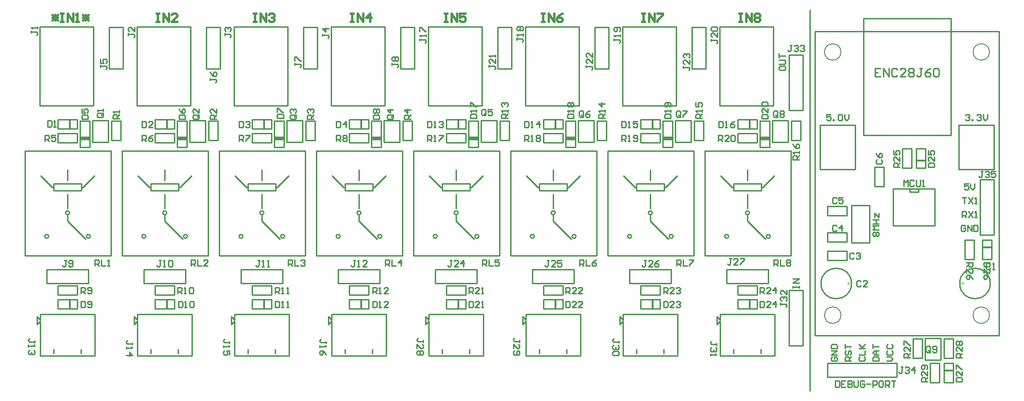
<source format=gto>
G04*
G04 #@! TF.GenerationSoftware,Altium Limited,Altium Designer,21.6.1 (37)*
G04*
G04 Layer_Color=65535*
%FSTAX24Y24*%
%MOIN*%
G70*
G04*
G04 #@! TF.SameCoordinates,81F21C5A-03A8-4AE1-96E5-B6EC8A9FC791*
G04*
G04*
G04 #@! TF.FilePolarity,Positive*
G04*
G01*
G75*
%ADD10C,0.0059*%
%ADD11C,0.0100*%
%ADD12C,0.0150*%
%ADD13R,0.0700X0.0150*%
%ADD14R,0.0723X0.0274*%
%ADD15R,0.0150X0.0700*%
G36*
X079545Y028026D02*
X079621D01*
Y027974D01*
X079545D01*
Y0279D01*
X079495D01*
Y027974D01*
X079419D01*
Y028026D01*
X079495D01*
Y0281D01*
X079545D01*
Y028026D01*
D02*
G37*
G36*
X071305D02*
X071381D01*
Y027974D01*
X071305D01*
Y0279D01*
X071255D01*
Y027974D01*
X071179D01*
Y028026D01*
X071255D01*
Y0281D01*
X071305D01*
Y028026D01*
D02*
G37*
D10*
X081445Y025709D02*
G03*
X081445Y025709I-000591J0D01*
G01*
X070736D02*
G03*
X070736Y025709I-000591J0D01*
G01*
Y044724D02*
G03*
X070736Y044724I-000591J0D01*
G01*
X081445D02*
G03*
X081445Y044724I-000591J0D01*
G01*
D11*
X0815Y028D02*
G03*
X0815Y028I-0011J0D01*
G01*
X0715D02*
G03*
X0715Y028I-0011J0D01*
G01*
X064141Y033105D02*
G03*
X064141Y033105I-000141J0D01*
G01*
X065641Y031405D02*
G03*
X065641Y031405I-000141J0D01*
G01*
X062641D02*
G03*
X062641Y031405I-000141J0D01*
G01*
X057141Y033105D02*
G03*
X057141Y033105I-000141J0D01*
G01*
X058641Y031405D02*
G03*
X058641Y031405I-000141J0D01*
G01*
X055641D02*
G03*
X055641Y031405I-000141J0D01*
G01*
X050141Y033105D02*
G03*
X050141Y033105I-000141J0D01*
G01*
X051641Y031405D02*
G03*
X051641Y031405I-000141J0D01*
G01*
X048641D02*
G03*
X048641Y031405I-000141J0D01*
G01*
X043141Y033105D02*
G03*
X043141Y033105I-000141J0D01*
G01*
X044641Y031405D02*
G03*
X044641Y031405I-000141J0D01*
G01*
X041641D02*
G03*
X041641Y031405I-000141J0D01*
G01*
X036141Y033105D02*
G03*
X036141Y033105I-000141J0D01*
G01*
X037641Y031405D02*
G03*
X037641Y031405I-000141J0D01*
G01*
X034641D02*
G03*
X034641Y031405I-000141J0D01*
G01*
X029141Y033105D02*
G03*
X029141Y033105I-000141J0D01*
G01*
X030641Y031405D02*
G03*
X030641Y031405I-000141J0D01*
G01*
X027641D02*
G03*
X027641Y031405I-000141J0D01*
G01*
X022141Y033105D02*
G03*
X022141Y033105I-000141J0D01*
G01*
X023641Y031405D02*
G03*
X023641Y031405I-000141J0D01*
G01*
X020641D02*
G03*
X020641Y031405I-000141J0D01*
G01*
X015141Y033105D02*
G03*
X015141Y033105I-000141J0D01*
G01*
X016641Y031405D02*
G03*
X016641Y031405I-000141J0D01*
G01*
X013641D02*
G03*
X013641Y031405I-000141J0D01*
G01*
X08075Y0315D02*
Y0355D01*
X08175D01*
Y0315D02*
Y0355D01*
X08075Y0315D02*
X08175D01*
X07235Y0462D02*
Y047154D01*
X07865Y0462D02*
Y047154D01*
X07235D02*
X07865D01*
X068866Y024232D02*
X082134D01*
X068866Y046201D02*
X068866Y024232D01*
X068866Y046201D02*
X082134D01*
Y024232D02*
Y046201D01*
X07235Y03872D02*
Y046201D01*
X07865Y03872D02*
Y046201D01*
X07235Y03872D02*
X07865D01*
X073165Y035D02*
X073835D01*
Y0364D01*
X073165Y035D02*
Y0364D01*
X073835D01*
X06975Y02225D02*
X07475D01*
Y02125D02*
Y02225D01*
X06975Y02125D02*
X07475D01*
X06975D02*
Y02225D01*
X077947Y022463D02*
Y024037D01*
X076805Y022463D02*
X077947D01*
X076805D02*
Y024037D01*
X077947D01*
X075915Y024D02*
X076585D01*
X075915Y0226D02*
Y024D01*
X076585Y0226D02*
Y024D01*
X075915Y0226D02*
X076585D01*
X078165Y024D02*
X078835D01*
X078165Y0226D02*
Y024D01*
X078835Y0226D02*
Y024D01*
X078165Y0226D02*
X078835D01*
X080915Y03115D02*
X081585D01*
X080915Y02975D02*
Y03115D01*
X081585Y02975D02*
Y03115D01*
X080915Y02975D02*
X081585D01*
X079665D02*
X080335D01*
Y03115D01*
X079665Y02975D02*
Y03115D01*
X080335D01*
X07115Y029665D02*
Y030335D01*
X06975D02*
X07115D01*
X06975Y029665D02*
X07115D01*
X06975D02*
Y030335D01*
X07115Y031015D02*
Y031685D01*
X06975D02*
X07115D01*
X06975Y031015D02*
X07115D01*
X06975D02*
Y031685D01*
X07115Y032915D02*
Y033585D01*
X06975D02*
X07115D01*
X06975Y032915D02*
X07115D01*
X06975D02*
Y033585D01*
X07151Y03095D02*
Y03365D01*
Y03095D02*
X0728D01*
X07151Y03365D02*
X0728D01*
Y03095D02*
Y03365D01*
X074504Y03483D02*
X077496D01*
Y03217D02*
Y03483D01*
X074504Y03217D02*
X077496D01*
X074504D02*
Y03483D01*
X076315Y034612D02*
Y034819D01*
X075685Y034612D02*
X076315D01*
X075685D02*
Y034825D01*
X076165Y03635D02*
X076835D01*
Y03775D01*
X076165Y03635D02*
Y03775D01*
X076835D01*
X075165Y03635D02*
X075835D01*
Y03775D01*
X075165Y03635D02*
Y03775D01*
X075835D01*
X07922Y036238D02*
Y039428D01*
Y036238D02*
X08178D01*
Y039428D01*
X07922D02*
X08178D01*
X06922D02*
X07178D01*
Y036238D02*
Y039428D01*
X06922Y036238D02*
X07178D01*
X06922D02*
Y039428D01*
X065791Y039787D02*
X066933D01*
X065791Y038213D02*
Y039787D01*
Y038213D02*
X066933D01*
Y039787D01*
X0656Y037841D02*
Y039741D01*
X0649Y037841D02*
X0656D01*
X0649D02*
Y039741D01*
X0656D01*
X0647Y038165D02*
Y038835D01*
X0633D02*
X0647D01*
X0633Y038165D02*
X0647D01*
X0633D02*
Y038835D01*
X0647Y039165D02*
Y039835D01*
X0633D02*
X0647D01*
X0633Y039165D02*
X0647D01*
X0633D02*
Y039835D01*
X058791Y039787D02*
X059933D01*
X058791Y038213D02*
Y039787D01*
Y038213D02*
X059933D01*
Y039787D01*
X0586Y037841D02*
Y039741D01*
X0579Y037841D02*
X0586D01*
X0579D02*
Y039741D01*
X0586D01*
X0577Y038165D02*
Y038835D01*
X0563D02*
X0577D01*
X0563Y038165D02*
X0577D01*
X0563D02*
Y038835D01*
X0577Y039165D02*
Y039835D01*
X0563D02*
X0577D01*
X0563Y039165D02*
X0577D01*
X0563D02*
Y039835D01*
X051791Y039787D02*
X052933D01*
X051791Y038213D02*
Y039787D01*
Y038213D02*
X052933D01*
Y039787D01*
X0516Y037841D02*
Y039741D01*
X0509Y037841D02*
X0516D01*
X0509D02*
Y039741D01*
X0516D01*
X0507Y038165D02*
Y038835D01*
X0493D02*
X0507D01*
X0493Y038165D02*
X0507D01*
X0493D02*
Y038835D01*
X0507Y039165D02*
Y039835D01*
X0493D02*
X0507D01*
X0493Y039165D02*
X0507D01*
X0493D02*
Y039835D01*
X0446Y037841D02*
Y039741D01*
X0439Y037841D02*
X0446D01*
X0439D02*
Y039741D01*
X0446D01*
X0437Y038165D02*
Y038835D01*
X0423D02*
X0437D01*
X0423Y038165D02*
X0437D01*
X0423D02*
Y038835D01*
X0437Y039165D02*
Y039835D01*
X0423D02*
X0437D01*
X0423Y039165D02*
X0437D01*
X0423D02*
Y039835D01*
X037791Y039787D02*
X038933D01*
X037791Y038213D02*
Y039787D01*
Y038213D02*
X038933D01*
Y039787D01*
X0376Y037841D02*
Y039741D01*
X0369Y037841D02*
X0376D01*
X0369D02*
Y039741D01*
X0376D01*
X0367Y038165D02*
Y038835D01*
X0353D02*
X0367D01*
X0353Y038165D02*
X0367D01*
X0353D02*
Y038835D01*
X0367Y039165D02*
Y039835D01*
X0353D02*
X0367D01*
X0353Y039165D02*
X0367D01*
X0353D02*
Y039835D01*
X0297Y038165D02*
Y038835D01*
X0283D02*
X0297D01*
X0283Y038165D02*
X0297D01*
X0283D02*
Y038835D01*
X030791Y039787D02*
X031933D01*
X030791Y038213D02*
Y039787D01*
Y038213D02*
X031933D01*
Y039787D01*
X0306Y037841D02*
Y039741D01*
X0299Y037841D02*
X0306D01*
X0299D02*
Y039741D01*
X0306D01*
X0297Y039165D02*
Y039835D01*
X0283D02*
X0297D01*
X0283Y039165D02*
X0297D01*
X0283D02*
Y039835D01*
X0227Y038165D02*
Y038835D01*
X0213D02*
X0227D01*
X0213Y038165D02*
X0227D01*
X0213D02*
Y038835D01*
X023791Y039787D02*
X024933D01*
X023791Y038213D02*
Y039787D01*
Y038213D02*
X024933D01*
Y039787D01*
X0236Y037841D02*
Y039741D01*
X0229Y037841D02*
X0236D01*
X0229D02*
Y039741D01*
X0236D01*
X0227Y039165D02*
Y039835D01*
X0213D02*
X0227D01*
X0213Y039165D02*
X0227D01*
X0213D02*
Y039835D01*
X062073Y035778D02*
X062896Y034955D01*
X063D01*
X065104D02*
X065927Y035778D01*
X065Y034955D02*
X065104D01*
X060939Y037561D02*
X067139D01*
X060939Y030012D02*
Y037561D01*
Y030012D02*
X067139D01*
Y037561D01*
X064Y035455D02*
Y036205D01*
Y033405D02*
Y034455D01*
Y032505D02*
Y032963D01*
Y032505D02*
X0653Y031205D01*
X063Y035205D02*
X065D01*
X063Y034705D02*
X065D01*
Y035205D01*
X063Y034705D02*
Y035205D01*
X055073Y035778D02*
X055896Y034955D01*
X056D01*
X058104D02*
X058927Y035778D01*
X058Y034955D02*
X058104D01*
X053939Y037561D02*
X060139D01*
X053939Y030012D02*
Y037561D01*
Y030012D02*
X060139D01*
Y037561D01*
X057Y035455D02*
Y036205D01*
Y033405D02*
Y034455D01*
Y032505D02*
Y032963D01*
Y032505D02*
X0583Y031205D01*
X056Y035205D02*
X058D01*
X056Y034705D02*
X058D01*
Y035205D01*
X056Y034705D02*
Y035205D01*
X048073Y035778D02*
X048896Y034955D01*
X049D01*
X051104D02*
X051927Y035778D01*
X051Y034955D02*
X051104D01*
X046939Y037561D02*
X053139D01*
X046939Y030012D02*
Y037561D01*
Y030012D02*
X053139D01*
Y037561D01*
X05Y035455D02*
Y036205D01*
Y033405D02*
Y034455D01*
Y032505D02*
Y032963D01*
Y032505D02*
X0513Y031205D01*
X049Y035205D02*
X051D01*
X049Y034705D02*
X051D01*
Y035205D01*
X049Y034705D02*
Y035205D01*
X041073Y035778D02*
X041896Y034955D01*
X042D01*
X044104D02*
X044927Y035778D01*
X044Y034955D02*
X044104D01*
X039939Y037561D02*
X046139D01*
X039939Y030012D02*
Y037561D01*
Y030012D02*
X046139D01*
Y037561D01*
X043Y035455D02*
Y036205D01*
Y033405D02*
Y034455D01*
Y032505D02*
Y032963D01*
Y032505D02*
X0443Y031205D01*
X042Y035205D02*
X044D01*
X042Y034705D02*
X044D01*
Y035205D01*
X042Y034705D02*
Y035205D01*
X034073Y035778D02*
X034896Y034955D01*
X035D01*
X037104D02*
X037927Y035778D01*
X037Y034955D02*
X037104D01*
X032939Y037561D02*
X039139D01*
X032939Y030012D02*
Y037561D01*
Y030012D02*
X039139D01*
Y037561D01*
X036Y035455D02*
Y036205D01*
Y033405D02*
Y034455D01*
Y032505D02*
Y032963D01*
Y032505D02*
X0373Y031205D01*
X035Y035205D02*
X037D01*
X035Y034705D02*
X037D01*
Y035205D01*
X035Y034705D02*
Y035205D01*
X027073Y035778D02*
X027896Y034955D01*
X028D01*
X030104D02*
X030927Y035778D01*
X03Y034955D02*
X030104D01*
X025939Y037561D02*
X032139D01*
X025939Y030012D02*
Y037561D01*
Y030012D02*
X032139D01*
Y037561D01*
X029Y035455D02*
Y036205D01*
Y033405D02*
Y034455D01*
Y032505D02*
Y032963D01*
Y032505D02*
X0303Y031205D01*
X028Y035205D02*
X03D01*
X028Y034705D02*
X03D01*
Y035205D01*
X028Y034705D02*
Y035205D01*
X020073Y035778D02*
X020896Y034955D01*
X021D01*
X023104D02*
X023927Y035778D01*
X023Y034955D02*
X023104D01*
X018939Y037561D02*
X025139D01*
X018939Y030012D02*
Y037561D01*
Y030012D02*
X025139D01*
Y037561D01*
X022Y035455D02*
Y036205D01*
Y033405D02*
Y034455D01*
Y032505D02*
Y032963D01*
Y032505D02*
X0233Y031205D01*
X021Y035205D02*
X023D01*
X021Y034705D02*
X023D01*
Y035205D01*
X021Y034705D02*
Y035205D01*
X013073Y035778D02*
X013896Y034955D01*
X014D01*
X016104D02*
X016927Y035778D01*
X016Y034955D02*
X016104D01*
X011939Y037561D02*
X018139D01*
X011939Y030012D02*
Y037561D01*
Y030012D02*
X018139D01*
Y037561D01*
X015Y035455D02*
Y036205D01*
Y033405D02*
Y034455D01*
Y032505D02*
Y032963D01*
Y032505D02*
X0163Y031205D01*
X014Y035205D02*
X016D01*
X014Y034705D02*
X016D01*
Y035205D01*
X014Y034705D02*
Y035205D01*
X0157Y038165D02*
Y038835D01*
X0143D02*
X0157D01*
X0143Y038165D02*
X0157D01*
X0143D02*
Y038835D01*
X0157Y039165D02*
Y039835D01*
X0143D02*
X0157D01*
X0143Y039165D02*
X0157D01*
X0143D02*
Y039835D01*
X0166Y037841D02*
Y039741D01*
X0159Y037841D02*
X0166D01*
X0159D02*
Y039741D01*
X0166D01*
X016791Y039787D02*
X017933D01*
X016791Y038213D02*
Y039787D01*
Y038213D02*
X017933D01*
Y039787D01*
X03085Y040843D02*
Y046551D01*
X026992Y040843D02*
Y046551D01*
Y040843D02*
X03085D01*
X026992Y046551D02*
X03085D01*
X03785Y040843D02*
Y046551D01*
X033992Y040843D02*
Y046551D01*
Y040843D02*
X03785D01*
X033992Y046551D02*
X03785D01*
X04485Y040843D02*
Y046551D01*
X040992Y040843D02*
Y046551D01*
Y040843D02*
X04485D01*
X040992Y046551D02*
X04485D01*
X06Y0465D02*
X061D01*
X06Y0435D02*
Y0465D01*
Y0435D02*
X061D01*
Y0465D01*
X053D02*
X054D01*
X053Y0435D02*
Y0465D01*
Y0435D02*
X054D01*
Y0465D01*
X047992Y046551D02*
X05185D01*
X047992Y040843D02*
X05185D01*
X047992D02*
Y046551D01*
X05185Y040843D02*
Y046551D01*
X046Y0465D02*
X047D01*
X046Y0435D02*
Y0465D01*
Y0435D02*
X047D01*
Y0465D01*
X039D02*
X04D01*
X039Y0435D02*
Y0465D01*
Y0435D02*
X04D01*
Y0465D01*
X032D02*
X033D01*
X032Y0435D02*
Y0465D01*
Y0435D02*
X033D01*
Y0465D01*
X025D02*
X026D01*
X025Y0435D02*
Y0465D01*
Y0435D02*
X026D01*
Y0465D01*
X02385Y040843D02*
Y046551D01*
X019992Y040843D02*
Y046551D01*
Y040843D02*
X02385D01*
X019992Y046551D02*
X02385D01*
X018Y0465D02*
X019D01*
X018Y0435D02*
Y0465D01*
Y0435D02*
X019D01*
Y0465D01*
X01685Y040843D02*
Y046551D01*
X012992Y040843D02*
Y046551D01*
Y040843D02*
X01685D01*
X012992Y046551D02*
X01685D01*
X061786Y02504D02*
Y02561D01*
X062016Y02538D02*
Y02578D01*
Y02279D02*
Y02527D01*
X061786Y02561D02*
X062016Y02538D01*
X061786Y02504D02*
X062016Y02527D01*
Y02279D02*
X065966D01*
Y02578D01*
X062016D02*
X065966D01*
X063006Y02295D02*
Y02325D01*
X064976Y02295D02*
Y02325D01*
X0647Y026165D02*
Y026835D01*
X0633D02*
X0647D01*
X0633Y026165D02*
X0647D01*
X0633D02*
Y026835D01*
X0647Y027165D02*
Y027835D01*
X0633D02*
X0647D01*
X0633Y027165D02*
X0647D01*
X0633D02*
Y027835D01*
X054786Y02504D02*
Y02561D01*
X055016Y02538D02*
Y02578D01*
Y02279D02*
Y02527D01*
X054786Y02561D02*
X055016Y02538D01*
X054786Y02504D02*
X055016Y02527D01*
Y02279D02*
X058966D01*
Y02578D01*
X055016D02*
X058966D01*
X056006Y02295D02*
Y02325D01*
X057976Y02295D02*
Y02325D01*
X0577Y026165D02*
Y026835D01*
X0563D02*
X0577D01*
X0563Y026165D02*
X0577D01*
X0563D02*
Y026835D01*
X0577Y027165D02*
Y027835D01*
X0563D02*
X0577D01*
X0563Y027165D02*
X0577D01*
X0563D02*
Y027835D01*
X047786Y02504D02*
Y02561D01*
X048016Y02538D02*
Y02578D01*
Y02279D02*
Y02527D01*
X047786Y02561D02*
X048016Y02538D01*
X047786Y02504D02*
X048016Y02527D01*
Y02279D02*
X051966D01*
Y02578D01*
X048016D02*
X051966D01*
X049006Y02295D02*
Y02325D01*
X050976Y02295D02*
Y02325D01*
X0507Y026165D02*
Y026835D01*
X0493D02*
X0507D01*
X0493Y026165D02*
X0507D01*
X0493D02*
Y026835D01*
X0507Y027165D02*
Y027835D01*
X0493D02*
X0507D01*
X0493Y027165D02*
X0507D01*
X0493D02*
Y027835D01*
X0485Y028D02*
Y029D01*
Y028D02*
X0515D01*
Y029D01*
X0485D02*
X0515D01*
X0555Y028D02*
Y029D01*
Y028D02*
X0585D01*
Y029D01*
X0555D02*
X0585D01*
X040786Y02504D02*
Y02561D01*
X041016Y02538D02*
Y02578D01*
Y02279D02*
Y02527D01*
X040786Y02561D02*
X041016Y02538D01*
X040786Y02504D02*
X041016Y02527D01*
Y02279D02*
X044966D01*
Y02578D01*
X041016D02*
X044966D01*
X042006Y02295D02*
Y02325D01*
X043976Y02295D02*
Y02325D01*
X0437Y026165D02*
Y026835D01*
X0423D02*
X0437D01*
X0423Y026165D02*
X0437D01*
X0423D02*
Y026835D01*
X0437Y027165D02*
Y027835D01*
X0423D02*
X0437D01*
X0423Y027165D02*
X0437D01*
X0423D02*
Y027835D01*
X0415Y028D02*
Y029D01*
Y028D02*
X0445D01*
Y029D01*
X0415D02*
X0445D01*
X033786Y02504D02*
Y02561D01*
X034016Y02538D02*
Y02578D01*
Y02279D02*
Y02527D01*
X033786Y02561D02*
X034016Y02538D01*
X033786Y02504D02*
X034016Y02527D01*
Y02279D02*
X037966D01*
Y02578D01*
X034016D02*
X037966D01*
X035006Y02295D02*
Y02325D01*
X036976Y02295D02*
Y02325D01*
X0367Y026165D02*
Y026835D01*
X0353D02*
X0367D01*
X0353Y026165D02*
X0367D01*
X0353D02*
Y026835D01*
X0367Y027165D02*
Y027835D01*
X0353D02*
X0367D01*
X0353Y027165D02*
X0367D01*
X0353D02*
Y027835D01*
X0345Y028D02*
Y029D01*
Y028D02*
X0375D01*
Y029D01*
X0345D02*
X0375D01*
X026786Y02504D02*
Y02561D01*
X027016Y02538D02*
Y02578D01*
Y02279D02*
Y02527D01*
X026786Y02561D02*
X027016Y02538D01*
X026786Y02504D02*
X027016Y02527D01*
Y02279D02*
X030966D01*
Y02578D01*
X027016D02*
X030966D01*
X028006Y02295D02*
Y02325D01*
X029976Y02295D02*
Y02325D01*
X0297Y026165D02*
Y026835D01*
X0283D02*
X0297D01*
X0283Y026165D02*
X0297D01*
X0283D02*
Y026835D01*
X0297Y027165D02*
Y027835D01*
X0283D02*
X0297D01*
X0283Y027165D02*
X0297D01*
X0283D02*
Y027835D01*
X0275Y028D02*
Y029D01*
Y028D02*
X0305D01*
Y029D01*
X0275D02*
X0305D01*
X0205Y028D02*
Y029D01*
Y028D02*
X0235D01*
Y029D01*
X0205D02*
X0235D01*
X0227Y026165D02*
Y026835D01*
X0213D02*
X0227D01*
X0213Y026165D02*
X0227D01*
X0213D02*
Y026835D01*
X0227Y027165D02*
Y027835D01*
X0213D02*
X0227D01*
X0213Y027165D02*
X0227D01*
X0213D02*
Y027835D01*
X019786Y02504D02*
Y02561D01*
X020016Y02538D02*
Y02578D01*
Y02279D02*
Y02527D01*
X019786Y02561D02*
X020016Y02538D01*
X019786Y02504D02*
X020016Y02527D01*
Y02279D02*
X023966D01*
Y02578D01*
X020016D02*
X023966D01*
X021006Y02295D02*
Y02325D01*
X022976Y02295D02*
Y02325D01*
X012786Y02504D02*
Y02561D01*
X013016Y02538D02*
Y02578D01*
Y02279D02*
Y02527D01*
X012786Y02561D02*
X013016Y02538D01*
X012786Y02504D02*
X013016Y02527D01*
Y02279D02*
X016966D01*
Y02578D01*
X013016D02*
X016966D01*
X014006Y02295D02*
Y02325D01*
X015976Y02295D02*
Y02325D01*
X0157Y026165D02*
Y026835D01*
X0143D02*
X0157D01*
X0143Y026165D02*
X0157D01*
X0143D02*
Y026835D01*
X0157Y027165D02*
Y027835D01*
X0143D02*
X0157D01*
X0143Y027165D02*
X0157D01*
X0143D02*
Y027835D01*
X0135Y028D02*
Y029D01*
Y028D02*
X0165D01*
Y029D01*
X0135D02*
X0165D01*
X054992Y046551D02*
X05885D01*
X054992Y040843D02*
X05885D01*
X054992D02*
Y046551D01*
X05885Y040843D02*
Y046551D01*
X078165Y02225D02*
X078835D01*
X078165Y02085D02*
Y02225D01*
X078835Y02085D02*
Y02225D01*
X078165Y02085D02*
X078835D01*
X077165D02*
X077835D01*
Y02225D01*
X077165Y02085D02*
Y02225D01*
X077835D01*
X068Y0235D02*
Y0275D01*
X067Y0235D02*
X068D01*
X067D02*
Y0275D01*
X068D01*
Y0405D02*
Y0445D01*
X067Y0405D02*
X068D01*
X067D02*
Y0445D01*
X068D01*
X018165Y03975D02*
X018835D01*
X018165Y03835D02*
Y03975D01*
X018835Y03835D02*
Y03975D01*
X018165Y03835D02*
X018835D01*
X025165Y03975D02*
X025835D01*
X025165Y03835D02*
Y03975D01*
X025835Y03835D02*
Y03975D01*
X025165Y03835D02*
X025835D01*
X032165Y03975D02*
X032835D01*
X032165Y03835D02*
Y03975D01*
X032835Y03835D02*
Y03975D01*
X032165Y03835D02*
X032835D01*
X039165Y03975D02*
X039835D01*
X039165Y03835D02*
Y03975D01*
X039835Y03835D02*
Y03975D01*
X039165Y03835D02*
X039835D01*
X046165Y03975D02*
X046835D01*
X046165Y03835D02*
Y03975D01*
X046835Y03835D02*
Y03975D01*
X046165Y03835D02*
X046835D01*
X045933Y038213D02*
Y039787D01*
X044791Y038213D02*
X045933D01*
X044791D02*
Y039787D01*
X045933D01*
X053165Y03975D02*
X053835D01*
X053165Y03835D02*
Y03975D01*
X053835Y03835D02*
Y03975D01*
X053165Y03835D02*
X053835D01*
X060165Y03975D02*
X060835D01*
X060165Y03835D02*
Y03975D01*
X060835Y03835D02*
Y03975D01*
X060165Y03835D02*
X060835D01*
X067165Y03975D02*
X067835D01*
X067165Y03835D02*
Y03975D01*
X067835Y03835D02*
Y03975D01*
X067165Y03835D02*
X067835D01*
X0685Y04775D02*
X0685Y02025D01*
X061992Y046551D02*
X06585D01*
X061992Y040843D02*
X06585D01*
X061992D02*
Y046551D01*
X06585Y040843D02*
Y046551D01*
X0625Y029D02*
X0655D01*
Y028D02*
Y029D01*
X0625Y028D02*
X0655D01*
X0625D02*
Y029D01*
X0797Y03215D02*
X079625Y032225D01*
X079475D01*
X0794Y03215D01*
Y03185D01*
X079475Y031775D01*
X079625D01*
X0797Y03185D01*
Y032D01*
X07955D01*
X07985Y031775D02*
Y032225D01*
X08015Y031775D01*
Y032225D01*
X0803D02*
Y031775D01*
X080525D01*
X0806Y03185D01*
Y03215D01*
X080525Y032225D01*
X0803D01*
X073025Y0224D02*
X073475D01*
Y022625D01*
X0734Y0227D01*
X0731D01*
X073025Y022625D01*
Y0224D01*
X073475Y02285D02*
X073175D01*
X073025Y023D01*
X073175Y02315D01*
X073475D01*
X07325D01*
Y02285D01*
X073025Y0233D02*
Y0236D01*
Y02345D01*
X073475D01*
X079475Y034225D02*
X079775D01*
X079625D01*
Y033775D01*
X079925Y034225D02*
X080225Y033775D01*
Y034225D02*
X079925Y033775D01*
X080375D02*
X080525D01*
X08045D01*
Y034225D01*
X080375Y03415D01*
X071475Y0224D02*
X071025D01*
Y022625D01*
X0711Y0227D01*
X07125D01*
X071325Y022625D01*
Y0224D01*
Y02255D02*
X071475Y0227D01*
X0711Y02315D02*
X071025Y023075D01*
Y022925D01*
X0711Y02285D01*
X071175D01*
X07125Y022925D01*
Y023075D01*
X071325Y02315D01*
X0714D01*
X071475Y023075D01*
Y022925D01*
X0714Y02285D01*
X071025Y0233D02*
Y0236D01*
Y02345D01*
X071475D01*
X0701Y0227D02*
X070025Y022625D01*
Y022475D01*
X0701Y0224D01*
X0704D01*
X070475Y022475D01*
Y022625D01*
X0704Y0227D01*
X07025D01*
Y02255D01*
X070475Y02285D02*
X070025D01*
X070475Y02315D01*
X070025D01*
Y0233D02*
X070475D01*
Y023525D01*
X0704Y0236D01*
X0701D01*
X070025Y023525D01*
Y0233D01*
X074025Y0224D02*
X074325D01*
X074475Y02255D01*
X074325Y0227D01*
X074025D01*
X0741Y02315D02*
X074025Y023075D01*
Y022925D01*
X0741Y02285D01*
X0744D01*
X074475Y022925D01*
Y023075D01*
X0744Y02315D01*
X0741Y0236D02*
X074025Y023525D01*
Y023375D01*
X0741Y0233D01*
X0744D01*
X074475Y023375D01*
Y023525D01*
X0744Y0236D01*
X079925Y035225D02*
X079625D01*
Y035D01*
X079775Y035075D01*
X07985D01*
X079925Y035D01*
Y03485D01*
X07985Y034775D01*
X0797D01*
X079625Y03485D01*
X080075Y035225D02*
Y034925D01*
X080225Y034775D01*
X080375Y034925D01*
Y035225D01*
X070326Y020975D02*
Y020525D01*
X070551D01*
X070626Y0206D01*
Y0209D01*
X070551Y020975D01*
X070326D01*
X071075D02*
X070776D01*
Y020525D01*
X071075D01*
X070776Y02075D02*
X070926D01*
X071225Y020975D02*
Y020525D01*
X07145D01*
X071525Y0206D01*
Y020675D01*
X07145Y02075D01*
X071225D01*
X07145D01*
X071525Y020825D01*
Y0209D01*
X07145Y020975D01*
X071225D01*
X071675D02*
Y0206D01*
X07175Y020525D01*
X0719D01*
X071975Y0206D01*
Y020975D01*
X072425Y0209D02*
X07235Y020975D01*
X0722D01*
X072125Y0209D01*
Y0206D01*
X0722Y020525D01*
X07235D01*
X072425Y0206D01*
Y02075D01*
X072275D01*
X072575D02*
X072875D01*
X073025Y020525D02*
Y020975D01*
X07325D01*
X073325Y0209D01*
Y02075D01*
X07325Y020675D01*
X073025D01*
X0737Y020975D02*
X07355D01*
X073475Y0209D01*
Y0206D01*
X07355Y020525D01*
X0737D01*
X073775Y0206D01*
Y0209D01*
X0737Y020975D01*
X073925Y020525D02*
Y020975D01*
X074149D01*
X074224Y0209D01*
Y02075D01*
X074149Y020675D01*
X073925D01*
X074074D02*
X074224Y020525D01*
X074374Y020975D02*
X074674D01*
X074524D01*
Y020525D01*
X0721Y0227D02*
X072025Y022625D01*
Y022475D01*
X0721Y0224D01*
X0724D01*
X072475Y022475D01*
Y022625D01*
X0724Y0227D01*
X072025Y02285D02*
X072475D01*
Y02315D01*
X072025Y0233D02*
X072475D01*
X072325D01*
X072025Y0236D01*
X07225Y023375D01*
X072475Y0236D01*
X079475Y032775D02*
Y033225D01*
X0797D01*
X079775Y03315D01*
Y033D01*
X0797Y032925D01*
X079475D01*
X079625D02*
X079775Y032775D01*
X079925Y033225D02*
X080225Y032775D01*
Y033225D02*
X079925Y032775D01*
X080375D02*
X080525D01*
X08045D01*
Y033225D01*
X080375Y03315D01*
X08097Y036115D02*
X08082D01*
X080895D01*
Y03574D01*
X08082Y035665D01*
X080745D01*
X08067Y03574D01*
X08112Y03604D02*
X081195Y036115D01*
X081345D01*
X08142Y03604D01*
Y035965D01*
X081345Y03589D01*
X08127D01*
X081345D01*
X08142Y035815D01*
Y03574D01*
X081345Y035665D01*
X081195D01*
X08112Y03574D01*
X08187Y036115D02*
X08157D01*
Y03589D01*
X08172Y035965D01*
X081795D01*
X08187Y03589D01*
Y03574D01*
X081795Y035665D01*
X081645D01*
X08157Y03574D01*
X066275Y043625D02*
Y043475D01*
X06635Y0434D01*
X06665D01*
X066725Y043475D01*
Y043625D01*
X06665Y0437D01*
X06635D01*
X066275Y043625D01*
Y04385D02*
X06665D01*
X066725Y043925D01*
Y044075D01*
X06665Y04415D01*
X066275D01*
Y0443D02*
Y0446D01*
Y04445D01*
X066725D01*
X073601Y04355D02*
X073201D01*
Y04295D01*
X073601D01*
X073201Y04325D02*
X073401D01*
X073801Y04295D02*
Y04355D01*
X0742Y04295D01*
Y04355D01*
X0748Y04345D02*
X0747Y04355D01*
X0745D01*
X0744Y04345D01*
Y04305D01*
X0745Y04295D01*
X0747D01*
X0748Y04305D01*
X0754Y04295D02*
X075D01*
X0754Y04335D01*
Y04345D01*
X0753Y04355D01*
X0751D01*
X075Y04345D01*
X0756D02*
X0757Y04355D01*
X0759D01*
X076Y04345D01*
Y04335D01*
X0759Y04325D01*
X076Y04315D01*
Y04305D01*
X0759Y04295D01*
X0757D01*
X0756Y04305D01*
Y04315D01*
X0757Y04325D01*
X0756Y04335D01*
Y04345D01*
X0757Y04325D02*
X0759D01*
X0766Y04355D02*
X0764D01*
X0765D01*
Y04305D01*
X0764Y04295D01*
X0763D01*
X0762Y04305D01*
X077199Y04355D02*
X077Y04345D01*
X0768Y04325D01*
Y04305D01*
X0769Y04295D01*
X077099D01*
X077199Y04305D01*
Y04315D01*
X077099Y04325D01*
X0768D01*
X077399Y04345D02*
X077499Y04355D01*
X077699D01*
X077799Y04345D01*
Y04305D01*
X077699Y04295D01*
X077499D01*
X077399Y04305D01*
Y04345D01*
X07333Y036945D02*
X073255Y03687D01*
Y03672D01*
X07333Y036645D01*
X07363D01*
X073705Y03672D01*
Y03687D01*
X07363Y036945D01*
X073255Y037395D02*
X07333Y037245D01*
X07348Y037095D01*
X07363D01*
X073705Y03717D01*
Y03732D01*
X07363Y037395D01*
X073555D01*
X07348Y03732D01*
Y037095D01*
X0752Y021975D02*
X07505D01*
X075125D01*
Y0216D01*
X07505Y021525D01*
X074975D01*
X0749Y0216D01*
X07535Y0219D02*
X075425Y021975D01*
X075575D01*
X07565Y0219D01*
Y021825D01*
X075575Y02175D01*
X0755D01*
X075575D01*
X07565Y021675D01*
Y0216D01*
X075575Y021525D01*
X075425D01*
X07535Y0216D01*
X076025Y021525D02*
Y021975D01*
X0758Y02175D01*
X0761D01*
X077175Y0231D02*
Y0234D01*
X0771Y023475D01*
X07695D01*
X076875Y0234D01*
Y0231D01*
X07695Y023025D01*
X0771D01*
X077025Y023175D02*
X077175Y023025D01*
X0771D02*
X077175Y0231D01*
X077325D02*
X0774Y023025D01*
X07755D01*
X077625Y0231D01*
Y0234D01*
X07755Y023475D01*
X0774D01*
X077325Y0234D01*
Y023325D01*
X0774Y02325D01*
X077625D01*
X075725Y02265D02*
X075275D01*
Y022875D01*
X07535Y02295D01*
X0755D01*
X075575Y022875D01*
Y02265D01*
Y0228D02*
X075725Y02295D01*
Y0234D02*
Y0231D01*
X075425Y0234D01*
X07535D01*
X075275Y023325D01*
Y023175D01*
X07535Y0231D01*
X075275Y02355D02*
Y02385D01*
X07535D01*
X07565Y02355D01*
X075725D01*
X079475Y02265D02*
X079025D01*
Y022875D01*
X0791Y02295D01*
X07925D01*
X079325Y022875D01*
Y02265D01*
Y0228D02*
X079475Y02295D01*
Y0234D02*
Y0231D01*
X079175Y0234D01*
X0791D01*
X079025Y023325D01*
Y023175D01*
X0791Y0231D01*
Y02355D02*
X079025Y023625D01*
Y023775D01*
X0791Y02385D01*
X079175D01*
X07925Y023775D01*
X079325Y02385D01*
X0794D01*
X079475Y023775D01*
Y023625D01*
X0794Y02355D01*
X079325D01*
X07925Y023625D01*
X079175Y02355D01*
X0791D01*
X07925Y023625D02*
Y023775D01*
X0815Y0294D02*
X081425Y029475D01*
X081275D01*
X0812Y0294D01*
Y0291D01*
X081275Y029025D01*
X081425D01*
X0815Y0291D01*
X08165Y029025D02*
X0818D01*
X081725D01*
Y029475D01*
X08165Y0294D01*
X081475Y0295D02*
X081025D01*
Y029275D01*
X0811Y0292D01*
X0814D01*
X081475Y029275D01*
Y0295D01*
X081025Y02875D02*
Y02905D01*
X081325Y02875D01*
X0814D01*
X081475Y028825D01*
Y028975D01*
X0814Y02905D01*
X081475Y0283D02*
X0814Y02845D01*
X08125Y0286D01*
X0811D01*
X081025Y028525D01*
Y028375D01*
X0811Y0283D01*
X081175D01*
X08125Y028375D01*
Y0286D01*
X079775Y0295D02*
X080225D01*
Y029275D01*
X08015Y0292D01*
X08D01*
X079925Y029275D01*
Y0295D01*
Y02935D02*
X079775Y0292D01*
Y02875D02*
Y02905D01*
X080075Y02875D01*
X08015D01*
X080225Y028825D01*
Y028975D01*
X08015Y02905D01*
X080225Y0283D02*
X08015Y02845D01*
X08Y0286D01*
X07985D01*
X079775Y028525D01*
Y028375D01*
X07985Y0283D01*
X079925D01*
X08Y028375D01*
Y0286D01*
X072175Y02815D02*
X0721Y028225D01*
X07195D01*
X071875Y02815D01*
Y02785D01*
X07195Y027775D01*
X0721D01*
X072175Y02785D01*
X072625Y027775D02*
X072325D01*
X072625Y028075D01*
Y02815D01*
X07255Y028225D01*
X0724D01*
X072325Y02815D01*
X071675Y03015D02*
X0716Y030225D01*
X07145D01*
X071375Y03015D01*
Y02985D01*
X07145Y029775D01*
X0716D01*
X071675Y02985D01*
X071825Y03015D02*
X0719Y030225D01*
X07205D01*
X072125Y03015D01*
Y030075D01*
X07205Y03D01*
X071975D01*
X07205D01*
X072125Y029925D01*
Y02985D01*
X07205Y029775D01*
X0719D01*
X071825Y02985D01*
X070425Y03215D02*
X07035Y032225D01*
X0702D01*
X070125Y03215D01*
Y03185D01*
X0702Y031775D01*
X07035D01*
X070425Y03185D01*
X0708Y031775D02*
Y032225D01*
X070575Y032D01*
X070875D01*
X070425Y03415D02*
X07035Y034225D01*
X0702D01*
X070125Y03415D01*
Y03385D01*
X0702Y033775D01*
X07035D01*
X070425Y03385D01*
X070875Y034225D02*
X070575D01*
Y034D01*
X070725Y034075D01*
X0708D01*
X070875Y034D01*
Y03385D01*
X0708Y033775D01*
X07065D01*
X070575Y03385D01*
X0731Y031425D02*
X073025Y0315D01*
Y03165D01*
X0731Y031725D01*
X073175D01*
X07325Y03165D01*
X073325Y031725D01*
X0734D01*
X073475Y03165D01*
Y0315D01*
X0734Y031425D01*
X073325D01*
X07325Y0315D01*
X073175Y031425D01*
X0731D01*
X07325Y0315D02*
Y03165D01*
X073475Y031875D02*
X073025D01*
X073175Y032025D01*
X073025Y032175D01*
X073475D01*
X073025Y032325D02*
X073475D01*
X07325D01*
Y032625D01*
X073025D01*
X073475D01*
X073175Y032775D02*
Y033075D01*
X073475Y032775D01*
Y033075D01*
X07525Y035025D02*
Y035475D01*
X0754Y035325D01*
X07555Y035475D01*
Y035025D01*
X076Y0354D02*
X075925Y035475D01*
X075775D01*
X0757Y0354D01*
Y0351D01*
X075775Y035025D01*
X075925D01*
X076Y0351D01*
X07615Y035475D02*
Y0351D01*
X076225Y035025D01*
X076375D01*
X07645Y0351D01*
Y035475D01*
X0766Y035025D02*
X07675D01*
X076675D01*
Y035475D01*
X0766Y0354D01*
X077025Y0364D02*
X077475D01*
Y036625D01*
X0774Y0367D01*
X0771D01*
X077025Y036625D01*
Y0364D01*
X077475Y03715D02*
Y03685D01*
X077175Y03715D01*
X0771D01*
X077025Y037075D01*
Y036925D01*
X0771Y03685D01*
X077025Y0376D02*
Y0373D01*
X07725D01*
X077175Y03745D01*
Y037525D01*
X07725Y0376D01*
X0774D01*
X077475Y037525D01*
Y037375D01*
X0774Y0373D01*
X074975Y0364D02*
X074525D01*
Y036625D01*
X0746Y0367D01*
X07475D01*
X074825Y036625D01*
Y0364D01*
Y03655D02*
X074975Y0367D01*
Y03715D02*
Y03685D01*
X074675Y03715D01*
X0746D01*
X074525Y037075D01*
Y036925D01*
X0746Y03685D01*
X074525Y0376D02*
Y0373D01*
X07475D01*
X074675Y03745D01*
Y037525D01*
X07475Y0376D01*
X0749D01*
X074975Y037525D01*
Y037375D01*
X0749Y0373D01*
X079713Y04015D02*
X079788Y040225D01*
X079938D01*
X080013Y04015D01*
Y040075D01*
X079938Y04D01*
X079863D01*
X079938D01*
X080013Y039925D01*
Y03985D01*
X079938Y039775D01*
X079788D01*
X079713Y03985D01*
X080163Y039775D02*
Y03985D01*
X080238D01*
Y039775D01*
X080163D01*
X080537Y04015D02*
X080612Y040225D01*
X080762D01*
X080837Y04015D01*
Y040075D01*
X080762Y04D01*
X080687D01*
X080762D01*
X080837Y039925D01*
Y03985D01*
X080762Y039775D01*
X080612D01*
X080537Y03985D01*
X080987Y040225D02*
Y039925D01*
X081137Y039775D01*
X081287Y039925D01*
Y040225D01*
X070013D02*
X069713D01*
Y04D01*
X069863Y040075D01*
X069938D01*
X070013Y04D01*
Y03985D01*
X069938Y039775D01*
X069788D01*
X069713Y03985D01*
X070163Y039775D02*
Y03985D01*
X070238D01*
Y039775D01*
X070163D01*
X070537Y04015D02*
X070612Y040225D01*
X070762D01*
X070837Y04015D01*
Y03985D01*
X070762Y039775D01*
X070612D01*
X070537Y03985D01*
Y04015D01*
X070987Y040225D02*
Y039925D01*
X071137Y039775D01*
X071287Y039925D01*
Y040225D01*
X066175Y0401D02*
Y0404D01*
X0661Y040475D01*
X06595D01*
X065875Y0404D01*
Y0401D01*
X06595Y040025D01*
X0661D01*
X066025Y040175D02*
X066175Y040025D01*
X0661D02*
X066175Y0401D01*
X066325Y0404D02*
X0664Y040475D01*
X06655D01*
X066625Y0404D01*
Y040325D01*
X06655Y04025D01*
X066625Y040175D01*
Y0401D01*
X06655Y040025D01*
X0664D01*
X066325Y0401D01*
Y040175D01*
X0664Y04025D01*
X066325Y040325D01*
Y0404D01*
X0664Y04025D02*
X06655D01*
X065025Y0399D02*
X065475D01*
Y040125D01*
X0654Y0402D01*
X0651D01*
X065025Y040125D01*
Y0399D01*
X065475Y04065D02*
Y04035D01*
X065175Y04065D01*
X0651D01*
X065025Y040575D01*
Y040425D01*
X0651Y04035D01*
Y0408D02*
X065025Y040875D01*
Y041025D01*
X0651Y0411D01*
X0654D01*
X065475Y041025D01*
Y040875D01*
X0654Y0408D01*
X0651D01*
X0619Y038275D02*
Y038725D01*
X062125D01*
X0622Y03865D01*
Y0385D01*
X062125Y038425D01*
X0619D01*
X06205D02*
X0622Y038275D01*
X06265D02*
X06235D01*
X06265Y038575D01*
Y03865D01*
X062575Y038725D01*
X062425D01*
X06235Y03865D01*
X0628D02*
X062875Y038725D01*
X063025D01*
X0631Y03865D01*
Y03835D01*
X063025Y038275D01*
X062875D01*
X0628Y03835D01*
Y03865D01*
X061938Y039725D02*
Y039275D01*
X062163D01*
X062238Y03935D01*
Y03965D01*
X062163Y039725D01*
X061938D01*
X062388Y039275D02*
X062537D01*
X062463D01*
Y039725D01*
X062388Y03965D01*
X063062Y039725D02*
X062912Y03965D01*
X062762Y0395D01*
Y03935D01*
X062837Y039275D01*
X062987D01*
X063062Y03935D01*
Y039425D01*
X062987Y0395D01*
X062762D01*
X059175Y0401D02*
Y0404D01*
X0591Y040475D01*
X05895D01*
X058875Y0404D01*
Y0401D01*
X05895Y040025D01*
X0591D01*
X059025Y040175D02*
X059175Y040025D01*
X0591D02*
X059175Y0401D01*
X059325Y040475D02*
X059625D01*
Y0404D01*
X059325Y0401D01*
Y040025D01*
X058025Y039938D02*
X058475D01*
Y040163D01*
X0584Y040238D01*
X0581D01*
X058025Y040163D01*
Y039938D01*
X058475Y040388D02*
Y040537D01*
Y040463D01*
X058025D01*
X0581Y040388D01*
X0584Y040762D02*
X058475Y040837D01*
Y040987D01*
X0584Y041062D01*
X0581D01*
X058025Y040987D01*
Y040837D01*
X0581Y040762D01*
X058175D01*
X05825Y040837D01*
Y041062D01*
X054938Y038275D02*
Y038725D01*
X055163D01*
X055238Y03865D01*
Y0385D01*
X055163Y038425D01*
X054938D01*
X055088D02*
X055238Y038275D01*
X055388D02*
X055537D01*
X055463D01*
Y038725D01*
X055388Y03865D01*
X055762Y03835D02*
X055837Y038275D01*
X055987D01*
X056062Y03835D01*
Y03865D01*
X055987Y038725D01*
X055837D01*
X055762Y03865D01*
Y038575D01*
X055837Y0385D01*
X056062D01*
X054938Y039725D02*
Y039275D01*
X055163D01*
X055238Y03935D01*
Y03965D01*
X055163Y039725D01*
X054938D01*
X055388Y039275D02*
X055537D01*
X055463D01*
Y039725D01*
X055388Y03965D01*
X056062Y039725D02*
X055762D01*
Y0395D01*
X055912Y039575D01*
X055987D01*
X056062Y0395D01*
Y03935D01*
X055987Y039275D01*
X055837D01*
X055762Y03935D01*
X052175Y0401D02*
Y0404D01*
X0521Y040475D01*
X05195D01*
X051875Y0404D01*
Y0401D01*
X05195Y040025D01*
X0521D01*
X052025Y040175D02*
X052175Y040025D01*
X0521D02*
X052175Y0401D01*
X052625Y040475D02*
X052475Y0404D01*
X052325Y04025D01*
Y0401D01*
X0524Y040025D01*
X05255D01*
X052625Y0401D01*
Y040175D01*
X05255Y04025D01*
X052325D01*
X051025Y039938D02*
X051475D01*
Y040163D01*
X0514Y040238D01*
X0511D01*
X051025Y040163D01*
Y039938D01*
X051475Y040388D02*
Y040537D01*
Y040463D01*
X051025D01*
X0511Y040388D01*
Y040762D02*
X051025Y040837D01*
Y040987D01*
X0511Y041062D01*
X051175D01*
X05125Y040987D01*
X051325Y041062D01*
X0514D01*
X051475Y040987D01*
Y040837D01*
X0514Y040762D01*
X051325D01*
X05125Y040837D01*
X051175Y040762D01*
X0511D01*
X05125Y040837D02*
Y040987D01*
X047938Y038275D02*
Y038725D01*
X048163D01*
X048238Y03865D01*
Y0385D01*
X048163Y038425D01*
X047938D01*
X048088D02*
X048238Y038275D01*
X048388D02*
X048537D01*
X048463D01*
Y038725D01*
X048388Y03865D01*
X048762D02*
X048837Y038725D01*
X048987D01*
X049062Y03865D01*
Y038575D01*
X048987Y0385D01*
X049062Y038425D01*
Y03835D01*
X048987Y038275D01*
X048837D01*
X048762Y03835D01*
Y038425D01*
X048837Y0385D01*
X048762Y038575D01*
Y03865D01*
X048837Y0385D02*
X048987D01*
X047938Y039725D02*
Y039275D01*
X048163D01*
X048238Y03935D01*
Y03965D01*
X048163Y039725D01*
X047938D01*
X048388Y039275D02*
X048537D01*
X048463D01*
Y039725D01*
X048388Y03965D01*
X048987Y039275D02*
Y039725D01*
X048762Y0395D01*
X049062D01*
X044025Y039938D02*
X044475D01*
Y040163D01*
X0444Y040238D01*
X0441D01*
X044025Y040163D01*
Y039938D01*
X044475Y040388D02*
Y040537D01*
Y040463D01*
X044025D01*
X0441Y040388D01*
X044025Y040762D02*
Y041062D01*
X0441D01*
X0444Y040762D01*
X044475D01*
X040938Y038275D02*
Y038725D01*
X041163D01*
X041238Y03865D01*
Y0385D01*
X041163Y038425D01*
X040938D01*
X041088D02*
X041238Y038275D01*
X041388D02*
X041537D01*
X041463D01*
Y038725D01*
X041388Y03865D01*
X041762Y038725D02*
X042062D01*
Y03865D01*
X041762Y03835D01*
Y038275D01*
X040938Y039725D02*
Y039275D01*
X041163D01*
X041238Y03935D01*
Y03965D01*
X041163Y039725D01*
X040938D01*
X041388Y039275D02*
X041537D01*
X041463D01*
Y039725D01*
X041388Y03965D01*
X041762D02*
X041837Y039725D01*
X041987D01*
X042062Y03965D01*
Y039575D01*
X041987Y0395D01*
X041912D01*
X041987D01*
X042062Y039425D01*
Y03935D01*
X041987Y039275D01*
X041837D01*
X041762Y03935D01*
X0384Y040175D02*
X0381D01*
X038025Y0401D01*
Y03995D01*
X0381Y039875D01*
X0384D01*
X038475Y03995D01*
Y0401D01*
X038325Y040025D02*
X038475Y040175D01*
Y0401D02*
X0384Y040175D01*
X038475Y04055D02*
X038025D01*
X03825Y040325D01*
Y040625D01*
X037025Y039875D02*
X037475D01*
Y0401D01*
X0374Y040175D01*
X0371D01*
X037025Y0401D01*
Y039875D01*
X0371Y040325D02*
X037025Y0404D01*
Y04055D01*
X0371Y040625D01*
X037175D01*
X03725Y04055D01*
X037325Y040625D01*
X0374D01*
X037475Y04055D01*
Y0404D01*
X0374Y040325D01*
X037325D01*
X03725Y0404D01*
X037175Y040325D01*
X0371D01*
X03725Y0404D02*
Y04055D01*
X034375Y038275D02*
Y038725D01*
X0346D01*
X034675Y03865D01*
Y0385D01*
X0346Y038425D01*
X034375D01*
X034525D02*
X034675Y038275D01*
X034825Y03865D02*
X0349Y038725D01*
X03505D01*
X035125Y03865D01*
Y038575D01*
X03505Y0385D01*
X035125Y038425D01*
Y03835D01*
X03505Y038275D01*
X0349D01*
X034825Y03835D01*
Y038425D01*
X0349Y0385D01*
X034825Y038575D01*
Y03865D01*
X0349Y0385D02*
X03505D01*
X034375Y039725D02*
Y039275D01*
X0346D01*
X034675Y03935D01*
Y03965D01*
X0346Y039725D01*
X034375D01*
X03505Y039275D02*
Y039725D01*
X034825Y0395D01*
X035125D01*
X027375Y038275D02*
Y038725D01*
X0276D01*
X027675Y03865D01*
Y0385D01*
X0276Y038425D01*
X027375D01*
X027525D02*
X027675Y038275D01*
X027825Y038725D02*
X028125D01*
Y03865D01*
X027825Y03835D01*
Y038275D01*
X0314Y040175D02*
X0311D01*
X031025Y0401D01*
Y03995D01*
X0311Y039875D01*
X0314D01*
X031475Y03995D01*
Y0401D01*
X031325Y040025D02*
X031475Y040175D01*
Y0401D02*
X0314Y040175D01*
X0311Y040325D02*
X031025Y0404D01*
Y04055D01*
X0311Y040625D01*
X031175D01*
X03125Y04055D01*
Y040475D01*
Y04055D01*
X031325Y040625D01*
X0314D01*
X031475Y04055D01*
Y0404D01*
X0314Y040325D01*
X0301Y03994D02*
X03055D01*
Y040165D01*
X030475Y04024D01*
X030175D01*
X0301Y040165D01*
Y03994D01*
Y04039D02*
Y04069D01*
X030175D01*
X030475Y04039D01*
X03055D01*
X027375Y039725D02*
Y039275D01*
X0276D01*
X027675Y03935D01*
Y03965D01*
X0276Y039725D01*
X027375D01*
X027825Y03965D02*
X0279Y039725D01*
X02805D01*
X028125Y03965D01*
Y039575D01*
X02805Y0395D01*
X027975D01*
X02805D01*
X028125Y039425D01*
Y03935D01*
X02805Y039275D01*
X0279D01*
X027825Y03935D01*
X020375Y038275D02*
Y038725D01*
X0206D01*
X020675Y03865D01*
Y0385D01*
X0206Y038425D01*
X020375D01*
X020525D02*
X020675Y038275D01*
X021125Y038725D02*
X020975Y03865D01*
X020825Y0385D01*
Y03835D01*
X0209Y038275D01*
X02105D01*
X021125Y03835D01*
Y038425D01*
X02105Y0385D01*
X020825D01*
X0244Y040175D02*
X0241D01*
X024025Y0401D01*
Y03995D01*
X0241Y039875D01*
X0244D01*
X024475Y03995D01*
Y0401D01*
X024325Y040025D02*
X024475Y040175D01*
Y0401D02*
X0244Y040175D01*
X024475Y040625D02*
Y040325D01*
X024175Y040625D01*
X0241D01*
X024025Y04055D01*
Y0404D01*
X0241Y040325D01*
X023025Y039875D02*
X023475D01*
Y0401D01*
X0234Y040175D01*
X0231D01*
X023025Y0401D01*
Y039875D01*
Y040625D02*
X0231Y040475D01*
X02325Y040325D01*
X0234D01*
X023475Y0404D01*
Y04055D01*
X0234Y040625D01*
X023325D01*
X02325Y04055D01*
Y040325D01*
X020375Y039725D02*
Y039275D01*
X0206D01*
X020675Y03935D01*
Y03965D01*
X0206Y039725D01*
X020375D01*
X021125Y039275D02*
X020825D01*
X021125Y039575D01*
Y03965D01*
X02105Y039725D01*
X0209D01*
X020825Y03965D01*
X0659Y029275D02*
Y029725D01*
X066125D01*
X0662Y02965D01*
Y0295D01*
X066125Y029425D01*
X0659D01*
X06605D02*
X0662Y029275D01*
X06635Y029725D02*
Y029275D01*
X06665D01*
X0668Y02965D02*
X066875Y029725D01*
X067025D01*
X0671Y02965D01*
Y029575D01*
X067025Y0295D01*
X0671Y029425D01*
Y02935D01*
X067025Y029275D01*
X066875D01*
X0668Y02935D01*
Y029425D01*
X066875Y0295D01*
X0668Y029575D01*
Y02965D01*
X066875Y0295D02*
X067025D01*
X0589Y029275D02*
Y029725D01*
X059125D01*
X0592Y02965D01*
Y0295D01*
X059125Y029425D01*
X0589D01*
X05905D02*
X0592Y029275D01*
X05935Y029725D02*
Y029275D01*
X05965D01*
X0598Y029725D02*
X0601D01*
Y02965D01*
X0598Y02935D01*
Y029275D01*
X0519D02*
Y029725D01*
X052125D01*
X0522Y02965D01*
Y0295D01*
X052125Y029425D01*
X0519D01*
X05205D02*
X0522Y029275D01*
X05235Y029725D02*
Y029275D01*
X05265D01*
X0531Y029725D02*
X05295Y02965D01*
X0528Y0295D01*
Y02935D01*
X052875Y029275D01*
X053025D01*
X0531Y02935D01*
Y029425D01*
X053025Y0295D01*
X0528D01*
X0449Y029275D02*
Y029725D01*
X045125D01*
X0452Y02965D01*
Y0295D01*
X045125Y029425D01*
X0449D01*
X04505D02*
X0452Y029275D01*
X04535Y029725D02*
Y029275D01*
X04565D01*
X0461Y029725D02*
X0458D01*
Y0295D01*
X04595Y029575D01*
X046025D01*
X0461Y0295D01*
Y02935D01*
X046025Y029275D01*
X045875D01*
X0458Y02935D01*
X0379Y029275D02*
Y029725D01*
X038125D01*
X0382Y02965D01*
Y0295D01*
X038125Y029425D01*
X0379D01*
X03805D02*
X0382Y029275D01*
X03835Y029725D02*
Y029275D01*
X03865D01*
X039025D02*
Y029725D01*
X0388Y0295D01*
X0391D01*
X0309Y029275D02*
Y029725D01*
X031125D01*
X0312Y02965D01*
Y0295D01*
X031125Y029425D01*
X0309D01*
X03105D02*
X0312Y029275D01*
X03135Y029725D02*
Y029275D01*
X03165D01*
X0318Y02965D02*
X031875Y029725D01*
X032025D01*
X0321Y02965D01*
Y029575D01*
X032025Y0295D01*
X03195D01*
X032025D01*
X0321Y029425D01*
Y02935D01*
X032025Y029275D01*
X031875D01*
X0318Y02935D01*
X0239Y029275D02*
Y029725D01*
X024125D01*
X0242Y02965D01*
Y0295D01*
X024125Y029425D01*
X0239D01*
X02405D02*
X0242Y029275D01*
X02435Y029725D02*
Y029275D01*
X02465D01*
X0251D02*
X0248D01*
X0251Y029575D01*
Y02965D01*
X025025Y029725D01*
X024875D01*
X0248Y02965D01*
X016975Y029275D02*
Y029725D01*
X0172D01*
X017275Y02965D01*
Y0295D01*
X0172Y029425D01*
X016975D01*
X017125D02*
X017275Y029275D01*
X017425Y029725D02*
Y029275D01*
X017725D01*
X017875D02*
X018025D01*
X01795D01*
Y029725D01*
X017875Y02965D01*
X013375Y038275D02*
Y038725D01*
X0136D01*
X013675Y03865D01*
Y0385D01*
X0136Y038425D01*
X013375D01*
X013525D02*
X013675Y038275D01*
X014125Y038725D02*
X013825D01*
Y0385D01*
X013975Y038575D01*
X01405D01*
X014125Y0385D01*
Y03835D01*
X01405Y038275D01*
X0139D01*
X013825Y03835D01*
X01355Y039775D02*
Y039325D01*
X013775D01*
X01385Y0394D01*
Y0397D01*
X013775Y039775D01*
X01355D01*
X014Y039325D02*
X01415D01*
X014075D01*
Y039775D01*
X014Y0397D01*
X016025Y039875D02*
X016475D01*
Y0401D01*
X0164Y040175D01*
X0161D01*
X016025Y0401D01*
Y039875D01*
Y040625D02*
Y040325D01*
X01625D01*
X016175Y040475D01*
Y04055D01*
X01625Y040625D01*
X0164D01*
X016475Y04055D01*
Y0404D01*
X0164Y040325D01*
X0175Y0403D02*
X0172D01*
X017125Y040225D01*
Y040075D01*
X0172Y04D01*
X0175D01*
X017575Y040075D01*
Y040225D01*
X017425Y04015D02*
X017575Y0403D01*
Y040225D02*
X0175Y0403D01*
X017575Y04045D02*
Y0406D01*
Y040525D01*
X017125D01*
X0172Y04045D01*
X026325Y046075D02*
Y045925D01*
Y046D01*
X0267D01*
X026775Y045925D01*
Y04585D01*
X0267Y045775D01*
X0264Y046225D02*
X026325Y0463D01*
Y04645D01*
X0264Y046525D01*
X026475D01*
X02655Y04645D01*
Y046375D01*
Y04645D01*
X026625Y046525D01*
X0267D01*
X026775Y04645D01*
Y0463D01*
X0267Y046225D01*
X033375Y046025D02*
Y045875D01*
Y04595D01*
X03375D01*
X033825Y045875D01*
Y0458D01*
X03375Y045725D01*
X033825Y0464D02*
X033375D01*
X0336Y046175D01*
Y046475D01*
X040375Y045688D02*
Y045538D01*
Y045613D01*
X04075D01*
X040825Y045538D01*
Y045463D01*
X04075Y045388D01*
X040825Y045838D02*
Y045987D01*
Y045913D01*
X040375D01*
X04045Y045838D01*
X040375Y046212D02*
Y046512D01*
X04045D01*
X04075Y046212D01*
X040825D01*
X059375Y0437D02*
Y04355D01*
Y043625D01*
X05975D01*
X059825Y04355D01*
Y043475D01*
X05975Y0434D01*
X059825Y04415D02*
Y04385D01*
X059525Y04415D01*
X05945D01*
X059375Y044075D01*
Y043925D01*
X05945Y04385D01*
Y0443D02*
X059375Y044375D01*
Y044525D01*
X05945Y0446D01*
X059525D01*
X0596Y044525D01*
Y04445D01*
Y044525D01*
X059675Y0446D01*
X05975D01*
X059825Y044525D01*
Y044375D01*
X05975Y0443D01*
X052375Y04375D02*
Y0436D01*
Y043675D01*
X05275D01*
X052825Y0436D01*
Y043525D01*
X05275Y04345D01*
X052825Y0442D02*
Y0439D01*
X052525Y0442D01*
X05245D01*
X052375Y044125D01*
Y043975D01*
X05245Y0439D01*
X052825Y04465D02*
Y04435D01*
X052525Y04465D01*
X05245D01*
X052375Y044575D01*
Y044425D01*
X05245Y04435D01*
X047375Y045738D02*
Y045588D01*
Y045663D01*
X04775D01*
X047825Y045588D01*
Y045513D01*
X04775Y045438D01*
X047825Y045888D02*
Y046037D01*
Y045963D01*
X047375D01*
X04745Y045888D01*
Y046262D02*
X047375Y046337D01*
Y046487D01*
X04745Y046562D01*
X047525D01*
X0476Y046487D01*
X047675Y046562D01*
X04775D01*
X047825Y046487D01*
Y046337D01*
X04775Y046262D01*
X047675D01*
X0476Y046337D01*
X047525Y046262D01*
X04745D01*
X0476Y046337D02*
Y046487D01*
X045375Y043775D02*
Y043625D01*
Y0437D01*
X04575D01*
X045825Y043625D01*
Y04355D01*
X04575Y043475D01*
X045825Y044225D02*
Y043925D01*
X045525Y044225D01*
X04545D01*
X045375Y04415D01*
Y044D01*
X04545Y043925D01*
X045825Y044375D02*
Y044525D01*
Y04445D01*
X045375D01*
X04545Y044375D01*
X038375Y043925D02*
Y043775D01*
Y04385D01*
X03875D01*
X038825Y043775D01*
Y0437D01*
X03875Y043625D01*
X03845Y044075D02*
X038375Y04415D01*
Y0443D01*
X03845Y044375D01*
X038525D01*
X0386Y0443D01*
X038675Y044375D01*
X03875D01*
X038825Y0443D01*
Y04415D01*
X03875Y044075D01*
X038675D01*
X0386Y04415D01*
X038525Y044075D01*
X03845D01*
X0386Y04415D02*
Y0443D01*
X031375Y043925D02*
Y043775D01*
Y04385D01*
X03175D01*
X031825Y043775D01*
Y0437D01*
X03175Y043625D01*
X031375Y044075D02*
Y044375D01*
X03145D01*
X03175Y044075D01*
X031825D01*
X025275Y042825D02*
Y042675D01*
Y04275D01*
X02565D01*
X025725Y042675D01*
Y0426D01*
X02565Y042525D01*
X025275Y043275D02*
X02535Y043125D01*
X0255Y042975D01*
X02565D01*
X025725Y04305D01*
Y0432D01*
X02565Y043275D01*
X025575D01*
X0255Y0432D01*
Y042975D01*
X019375Y046075D02*
Y045925D01*
Y046D01*
X01975D01*
X019825Y045925D01*
Y04585D01*
X01975Y045775D01*
X019825Y046525D02*
Y046225D01*
X019525Y046525D01*
X01945D01*
X019375Y04645D01*
Y0463D01*
X01945Y046225D01*
X017375Y043775D02*
Y043625D01*
Y0437D01*
X01775D01*
X017825Y043625D01*
Y04355D01*
X01775Y043475D01*
X017375Y044225D02*
Y043925D01*
X0176D01*
X017525Y044075D01*
Y04415D01*
X0176Y044225D01*
X01775D01*
X017825Y04415D01*
Y044D01*
X01775Y043925D01*
X012375Y04625D02*
Y0461D01*
Y046175D01*
X01275D01*
X012825Y0461D01*
Y046025D01*
X01275Y04595D01*
X012825Y0464D02*
Y04655D01*
Y046475D01*
X012375D01*
X01245Y0464D01*
X061775Y023525D02*
Y023675D01*
Y0236D01*
X0614D01*
X061325Y023675D01*
Y02375D01*
X0614Y023825D01*
X0617Y023375D02*
X061775Y0233D01*
Y02315D01*
X0617Y023075D01*
X061625D01*
X06155Y02315D01*
Y023225D01*
Y02315D01*
X061475Y023075D01*
X0614D01*
X061325Y02315D01*
Y0233D01*
X0614Y023375D01*
X061325Y022925D02*
Y022775D01*
Y02285D01*
X061775D01*
X0617Y022925D01*
X0649Y026725D02*
Y026275D01*
X065125D01*
X0652Y02635D01*
Y02665D01*
X065125Y026725D01*
X0649D01*
X06565Y026275D02*
X06535D01*
X06565Y026575D01*
Y02665D01*
X065575Y026725D01*
X065425D01*
X06535Y02665D01*
X066025Y026275D02*
Y026725D01*
X0658Y0265D01*
X0661D01*
X0649Y027275D02*
Y027725D01*
X065125D01*
X0652Y02765D01*
Y0275D01*
X065125Y027425D01*
X0649D01*
X06505D02*
X0652Y027275D01*
X06565D02*
X06535D01*
X06565Y027575D01*
Y02765D01*
X065575Y027725D01*
X065425D01*
X06535Y02765D01*
X066025Y027275D02*
Y027725D01*
X0658Y0275D01*
X0661D01*
X054725Y0237D02*
Y02385D01*
Y023775D01*
X05435D01*
X054275Y02385D01*
Y023925D01*
X05435Y024D01*
X05465Y02355D02*
X054725Y023475D01*
Y023325D01*
X05465Y02325D01*
X054575D01*
X0545Y023325D01*
Y0234D01*
Y023325D01*
X054425Y02325D01*
X05435D01*
X054275Y023325D01*
Y023475D01*
X05435Y02355D01*
X05465Y0231D02*
X054725Y023025D01*
Y022875D01*
X05465Y0228D01*
X05435D01*
X054275Y022875D01*
Y023025D01*
X05435Y0231D01*
X05465D01*
X05795Y026725D02*
Y026275D01*
X058175D01*
X05825Y02635D01*
Y02665D01*
X058175Y026725D01*
X05795D01*
X0587Y026275D02*
X0584D01*
X0587Y026575D01*
Y02665D01*
X058625Y026725D01*
X058475D01*
X0584Y02665D01*
X05885D02*
X058925Y026725D01*
X059075D01*
X05915Y02665D01*
Y026575D01*
X059075Y0265D01*
X059D01*
X059075D01*
X05915Y026425D01*
Y02635D01*
X059075Y026275D01*
X058925D01*
X05885Y02635D01*
X05795Y027275D02*
Y027725D01*
X058175D01*
X05825Y02765D01*
Y0275D01*
X058175Y027425D01*
X05795D01*
X0581D02*
X05825Y027275D01*
X0587D02*
X0584D01*
X0587Y027575D01*
Y02765D01*
X058625Y027725D01*
X058475D01*
X0584Y02765D01*
X05885D02*
X058925Y027725D01*
X059075D01*
X05915Y02765D01*
Y027575D01*
X059075Y0275D01*
X059D01*
X059075D01*
X05915Y027425D01*
Y02735D01*
X059075Y027275D01*
X058925D01*
X05885Y02735D01*
X047575Y02375D02*
Y0239D01*
Y023825D01*
X0472D01*
X047125Y0239D01*
Y023975D01*
X0472Y02405D01*
X047125Y0233D02*
Y0236D01*
X047425Y0233D01*
X0475D01*
X047575Y023375D01*
Y023525D01*
X0475Y0236D01*
X0472Y02315D02*
X047125Y023075D01*
Y022925D01*
X0472Y02285D01*
X0475D01*
X047575Y022925D01*
Y023075D01*
X0475Y02315D01*
X047425D01*
X04735Y023075D01*
Y02285D01*
X0509Y026725D02*
Y026275D01*
X051125D01*
X0512Y02635D01*
Y02665D01*
X051125Y026725D01*
X0509D01*
X05165Y026275D02*
X05135D01*
X05165Y026575D01*
Y02665D01*
X051575Y026725D01*
X051425D01*
X05135Y02665D01*
X0521Y026275D02*
X0518D01*
X0521Y026575D01*
Y02665D01*
X052025Y026725D01*
X051875D01*
X0518Y02665D01*
X0509Y027275D02*
Y027725D01*
X051125D01*
X0512Y02765D01*
Y0275D01*
X051125Y027425D01*
X0509D01*
X05105D02*
X0512Y027275D01*
X05165D02*
X05135D01*
X05165Y027575D01*
Y02765D01*
X051575Y027725D01*
X051425D01*
X05135Y02765D01*
X0521Y027275D02*
X0518D01*
X0521Y027575D01*
Y02765D01*
X052025Y027725D01*
X051875D01*
X0518Y02765D01*
X0497Y029675D02*
X04955D01*
X049625D01*
Y0293D01*
X04955Y029225D01*
X049475D01*
X0494Y0293D01*
X05015Y029225D02*
X04985D01*
X05015Y029525D01*
Y0296D01*
X050075Y029675D01*
X049925D01*
X04985Y0296D01*
X0506Y029675D02*
X0503D01*
Y02945D01*
X05045Y029525D01*
X050525D01*
X0506Y02945D01*
Y0293D01*
X050525Y029225D01*
X050375D01*
X0503Y0293D01*
X0567Y029675D02*
X05655D01*
X056625D01*
Y0293D01*
X05655Y029225D01*
X056475D01*
X0564Y0293D01*
X05715Y029225D02*
X05685D01*
X05715Y029525D01*
Y0296D01*
X057075Y029675D01*
X056925D01*
X05685Y0296D01*
X0576Y029675D02*
X05745Y0296D01*
X0573Y02945D01*
Y0293D01*
X057375Y029225D01*
X057525D01*
X0576Y0293D01*
Y029375D01*
X057525Y02945D01*
X0573D01*
X040625Y02375D02*
Y0239D01*
Y023825D01*
X04025D01*
X040175Y0239D01*
Y023975D01*
X04025Y02405D01*
X040175Y0233D02*
Y0236D01*
X040475Y0233D01*
X04055D01*
X040625Y023375D01*
Y023525D01*
X04055Y0236D01*
Y02315D02*
X040625Y023075D01*
Y022925D01*
X04055Y02285D01*
X040475D01*
X0404Y022925D01*
X040325Y02285D01*
X04025D01*
X040175Y022925D01*
Y023075D01*
X04025Y02315D01*
X040325D01*
X0404Y023075D01*
X040475Y02315D01*
X04055D01*
X0404Y023075D02*
Y022925D01*
X043925Y026725D02*
Y026275D01*
X04415D01*
X044225Y02635D01*
Y02665D01*
X04415Y026725D01*
X043925D01*
X044675Y026275D02*
X044375D01*
X044675Y026575D01*
Y02665D01*
X0446Y026725D01*
X04445D01*
X044375Y02665D01*
X044825Y026275D02*
X044975D01*
X0449D01*
Y026725D01*
X044825Y02665D01*
X043925Y027275D02*
Y027725D01*
X04415D01*
X044225Y02765D01*
Y0275D01*
X04415Y027425D01*
X043925D01*
X044075D02*
X044225Y027275D01*
X044675D02*
X044375D01*
X044675Y027575D01*
Y02765D01*
X0446Y027725D01*
X04445D01*
X044375Y02765D01*
X044825Y027275D02*
X044975D01*
X0449D01*
Y027725D01*
X044825Y02765D01*
X0427Y029675D02*
X04255D01*
X042625D01*
Y0293D01*
X04255Y029225D01*
X042475D01*
X0424Y0293D01*
X04315Y029225D02*
X04285D01*
X04315Y029525D01*
Y0296D01*
X043075Y029675D01*
X042925D01*
X04285Y0296D01*
X043525Y029225D02*
Y029675D01*
X0433Y02945D01*
X0436D01*
X033625Y023662D02*
Y023812D01*
Y023737D01*
X03325D01*
X033175Y023812D01*
Y023887D01*
X03325Y023962D01*
X033175Y023512D02*
Y023363D01*
Y023437D01*
X033625D01*
X03355Y023512D01*
X033625Y022838D02*
X03355Y022988D01*
X0334Y023138D01*
X03325D01*
X033175Y023063D01*
Y022913D01*
X03325Y022838D01*
X033325D01*
X0334Y022913D01*
Y023138D01*
X036988Y026725D02*
Y026275D01*
X037213D01*
X037288Y02635D01*
Y02665D01*
X037213Y026725D01*
X036988D01*
X037438Y026275D02*
X037587D01*
X037513D01*
Y026725D01*
X037438Y02665D01*
X038112Y026275D02*
X037812D01*
X038112Y026575D01*
Y02665D01*
X038037Y026725D01*
X037887D01*
X037812Y02665D01*
X036988Y027275D02*
Y027725D01*
X037213D01*
X037288Y02765D01*
Y0275D01*
X037213Y027425D01*
X036988D01*
X037138D02*
X037288Y027275D01*
X037438D02*
X037587D01*
X037513D01*
Y027725D01*
X037438Y02765D01*
X038112Y027275D02*
X037812D01*
X038112Y027575D01*
Y02765D01*
X038037Y027725D01*
X037887D01*
X037812Y02765D01*
X035738Y029675D02*
X035588D01*
X035663D01*
Y0293D01*
X035588Y029225D01*
X035513D01*
X035438Y0293D01*
X035888Y029225D02*
X036037D01*
X035963D01*
Y029675D01*
X035888Y0296D01*
X036562Y029225D02*
X036262D01*
X036562Y029525D01*
Y0296D01*
X036487Y029675D01*
X036337D01*
X036262Y0296D01*
X026675Y023662D02*
Y023812D01*
Y023737D01*
X0263D01*
X026225Y023812D01*
Y023887D01*
X0263Y023962D01*
X026225Y023512D02*
Y023363D01*
Y023437D01*
X026675D01*
X0266Y023512D01*
X026675Y022838D02*
Y023138D01*
X02645D01*
X026525Y022988D01*
Y022913D01*
X02645Y022838D01*
X0263D01*
X026225Y022913D01*
Y023063D01*
X0263Y023138D01*
X029963Y026725D02*
Y026275D01*
X030188D01*
X030263Y02635D01*
Y02665D01*
X030188Y026725D01*
X029963D01*
X030413Y026275D02*
X030562D01*
X030487D01*
Y026725D01*
X030413Y02665D01*
X030787Y026275D02*
X030937D01*
X030862D01*
Y026725D01*
X030787Y02665D01*
X029963Y027275D02*
Y027725D01*
X030188D01*
X030263Y02765D01*
Y0275D01*
X030188Y027425D01*
X029963D01*
X030113D02*
X030263Y027275D01*
X030413D02*
X030562D01*
X030487D01*
Y027725D01*
X030413Y02765D01*
X030787Y027275D02*
X030937D01*
X030862D01*
Y027725D01*
X030787Y02765D01*
X028863Y029675D02*
X028713D01*
X028788D01*
Y0293D01*
X028713Y029225D01*
X028638D01*
X028563Y0293D01*
X029013Y029225D02*
X029162D01*
X029087D01*
Y029675D01*
X029013Y0296D01*
X029387Y029225D02*
X029537D01*
X029462D01*
Y029675D01*
X029387Y0296D01*
X021738Y029675D02*
X021588D01*
X021663D01*
Y0293D01*
X021588Y029225D01*
X021513D01*
X021438Y0293D01*
X021888Y029225D02*
X022037D01*
X021963D01*
Y029675D01*
X021888Y0296D01*
X022262D02*
X022337Y029675D01*
X022487D01*
X022562Y0296D01*
Y0293D01*
X022487Y029225D01*
X022337D01*
X022262Y0293D01*
Y0296D01*
X022988Y026725D02*
Y026275D01*
X023213D01*
X023288Y02635D01*
Y02665D01*
X023213Y026725D01*
X022988D01*
X023438Y026275D02*
X023587D01*
X023513D01*
Y026725D01*
X023438Y02665D01*
X023812D02*
X023887Y026725D01*
X024037D01*
X024112Y02665D01*
Y02635D01*
X024037Y026275D01*
X023887D01*
X023812Y02635D01*
Y02665D01*
X022938Y027275D02*
Y027725D01*
X023163D01*
X023238Y02765D01*
Y0275D01*
X023163Y027425D01*
X022938D01*
X023088D02*
X023238Y027275D01*
X023388D02*
X023537D01*
X023463D01*
Y027725D01*
X023388Y02765D01*
X023762D02*
X023837Y027725D01*
X023987D01*
X024062Y02765D01*
Y02735D01*
X023987Y027275D01*
X023837D01*
X023762Y02735D01*
Y02765D01*
X019675Y023562D02*
Y023712D01*
Y023637D01*
X0193D01*
X019225Y023712D01*
Y023787D01*
X0193Y023862D01*
X019225Y023412D02*
Y023263D01*
Y023337D01*
X019675D01*
X0196Y023412D01*
X019225Y022813D02*
X019675D01*
X01945Y023038D01*
Y022738D01*
X012625Y023712D02*
Y023862D01*
Y023787D01*
X01225D01*
X012175Y023862D01*
Y023937D01*
X01225Y024012D01*
X012175Y023562D02*
Y023413D01*
Y023487D01*
X012625D01*
X01255Y023562D01*
Y023188D02*
X012625Y023113D01*
Y022963D01*
X01255Y022888D01*
X012475D01*
X0124Y022963D01*
Y023038D01*
Y022963D01*
X012325Y022888D01*
X01225D01*
X012175Y022963D01*
Y023113D01*
X01225Y023188D01*
X015975Y026725D02*
Y026275D01*
X0162D01*
X016275Y02635D01*
Y02665D01*
X0162Y026725D01*
X015975D01*
X016425Y02635D02*
X0165Y026275D01*
X01665D01*
X016725Y02635D01*
Y02665D01*
X01665Y026725D01*
X0165D01*
X016425Y02665D01*
Y026575D01*
X0165Y0265D01*
X016725D01*
X015975Y027275D02*
Y027725D01*
X0162D01*
X016275Y02765D01*
Y0275D01*
X0162Y027425D01*
X015975D01*
X016125D02*
X016275Y027275D01*
X016425Y02735D02*
X0165Y027275D01*
X01665D01*
X016725Y02735D01*
Y02765D01*
X01665Y027725D01*
X0165D01*
X016425Y02765D01*
Y027575D01*
X0165Y0275D01*
X016725D01*
X014925Y029675D02*
X014775D01*
X01485D01*
Y0293D01*
X014775Y029225D01*
X0147D01*
X014625Y0293D01*
X015075D02*
X01515Y029225D01*
X0153D01*
X015375Y0293D01*
Y0296D01*
X0153Y029675D01*
X01515D01*
X015075Y0296D01*
Y029525D01*
X01515Y02945D01*
X015375D01*
X076975Y0209D02*
X076525D01*
Y021125D01*
X0766Y0212D01*
X07675D01*
X076825Y021125D01*
Y0209D01*
Y02105D02*
X076975Y0212D01*
Y02165D02*
Y02135D01*
X076675Y02165D01*
X0766D01*
X076525Y021575D01*
Y021425D01*
X0766Y02135D01*
X0769Y0218D02*
X076975Y021875D01*
Y022025D01*
X0769Y0221D01*
X0766D01*
X076525Y022025D01*
Y021875D01*
X0766Y0218D01*
X076675D01*
X07675Y021875D01*
Y0221D01*
X079025Y0209D02*
X079475D01*
Y021125D01*
X0794Y0212D01*
X0791D01*
X079025Y021125D01*
Y0209D01*
X079475Y02165D02*
Y02135D01*
X079175Y02165D01*
X0791D01*
X079025Y021575D01*
Y021425D01*
X0791Y02135D01*
X079025Y0218D02*
Y0221D01*
X0791D01*
X0794Y0218D01*
X079475D01*
X0672Y045225D02*
X06705D01*
X067125D01*
Y04485D01*
X06705Y044775D01*
X066975D01*
X0669Y04485D01*
X06735Y04515D02*
X067425Y045225D01*
X067575D01*
X06765Y04515D01*
Y045075D01*
X067575Y045D01*
X0675D01*
X067575D01*
X06765Y044925D01*
Y04485D01*
X067575Y044775D01*
X067425D01*
X06735Y04485D01*
X0678Y04515D02*
X067875Y045225D01*
X068025D01*
X0681Y04515D01*
Y045075D01*
X068025Y045D01*
X06795D01*
X068025D01*
X0681Y044925D01*
Y04485D01*
X068025Y044775D01*
X067875D01*
X0678Y04485D01*
X066375Y0266D02*
Y02645D01*
Y026525D01*
X06675D01*
X066825Y02645D01*
Y026375D01*
X06675Y0263D01*
X06645Y02675D02*
X066375Y026825D01*
Y026975D01*
X06645Y02705D01*
X066525D01*
X0666Y026975D01*
Y0269D01*
Y026975D01*
X066675Y02705D01*
X06675D01*
X066825Y026975D01*
Y026825D01*
X06675Y02675D01*
X066825Y0275D02*
Y0272D01*
X066525Y0275D01*
X06645D01*
X066375Y027425D01*
Y027275D01*
X06645Y0272D01*
X067275Y027663D02*
Y027813D01*
Y027738D01*
X067725D01*
Y027663D01*
Y027813D01*
Y028037D02*
X067275D01*
X067725Y028337D01*
X067275D01*
X067725Y036938D02*
X067275D01*
Y037163D01*
X06735Y037238D01*
X0675D01*
X067575Y037163D01*
Y036938D01*
Y037088D02*
X067725Y037238D01*
Y037388D02*
Y037537D01*
Y037463D01*
X067275D01*
X06735Y037388D01*
X067275Y038062D02*
X06735Y037912D01*
X0675Y037762D01*
X06765D01*
X067725Y037837D01*
Y037987D01*
X06765Y038062D01*
X067575D01*
X0675Y037987D01*
Y037762D01*
X039725Y039875D02*
X039275D01*
Y0401D01*
X03935Y040175D01*
X0395D01*
X039575Y0401D01*
Y039875D01*
Y040025D02*
X039725Y040175D01*
Y04055D02*
X039275D01*
X0395Y040325D01*
Y040625D01*
X060725Y039938D02*
X060275D01*
Y040163D01*
X06035Y040238D01*
X0605D01*
X060575Y040163D01*
Y039938D01*
Y040088D02*
X060725Y040238D01*
Y040388D02*
Y040537D01*
Y040463D01*
X060275D01*
X06035Y040388D01*
X060275Y041062D02*
Y040762D01*
X0605D01*
X060425Y040912D01*
Y040987D01*
X0605Y041062D01*
X06065D01*
X060725Y040987D01*
Y040837D01*
X06065Y040762D01*
X032725Y039875D02*
X032275D01*
Y0401D01*
X03235Y040175D01*
X0325D01*
X032575Y0401D01*
Y039875D01*
Y040025D02*
X032725Y040175D01*
X03235Y040325D02*
X032275Y0404D01*
Y04055D01*
X03235Y040625D01*
X032425D01*
X0325Y04055D01*
Y040475D01*
Y04055D01*
X032575Y040625D01*
X03265D01*
X032725Y04055D01*
Y0404D01*
X03265Y040325D01*
X053725Y039938D02*
X053275D01*
Y040163D01*
X05335Y040238D01*
X0535D01*
X053575Y040163D01*
Y039938D01*
Y040088D02*
X053725Y040238D01*
Y040388D02*
Y040537D01*
Y040463D01*
X053275D01*
X05335Y040388D01*
X053725Y040987D02*
X053275D01*
X0535Y040762D01*
Y041062D01*
X025725Y039875D02*
X025275D01*
Y0401D01*
X02535Y040175D01*
X0255D01*
X025575Y0401D01*
Y039875D01*
Y040025D02*
X025725Y040175D01*
Y040625D02*
Y040325D01*
X025425Y040625D01*
X02535D01*
X025275Y04055D01*
Y0404D01*
X02535Y040325D01*
X046725Y039938D02*
X046275D01*
Y040163D01*
X04635Y040238D01*
X0465D01*
X046575Y040163D01*
Y039938D01*
Y040088D02*
X046725Y040238D01*
Y040388D02*
Y040537D01*
Y040463D01*
X046275D01*
X04635Y040388D01*
Y040762D02*
X046275Y040837D01*
Y040987D01*
X04635Y041062D01*
X046425D01*
X0465Y040987D01*
Y040912D01*
Y040987D01*
X046575Y041062D01*
X04665D01*
X046725Y040987D01*
Y040837D01*
X04665Y040762D01*
X018725Y0399D02*
X018275D01*
Y040125D01*
X01835Y0402D01*
X0185D01*
X018575Y040125D01*
Y0399D01*
Y04005D02*
X018725Y0402D01*
Y04035D02*
Y0405D01*
Y040425D01*
X018275D01*
X01835Y04035D01*
X04514Y040215D02*
Y040515D01*
X045065Y04059D01*
X044915D01*
X04484Y040515D01*
Y040215D01*
X044915Y04014D01*
X045065D01*
X04499Y04029D02*
X04514Y04014D01*
X045065D02*
X04514Y040215D01*
X04559Y04059D02*
X04529D01*
Y040365D01*
X04544Y04044D01*
X045515D01*
X04559Y040365D01*
Y040215D01*
X045515Y04014D01*
X045365D01*
X04529Y040215D01*
X061375Y04565D02*
Y0455D01*
Y045575D01*
X06175D01*
X061825Y0455D01*
Y045425D01*
X06175Y04535D01*
X061825Y0461D02*
Y0458D01*
X061525Y0461D01*
X06145D01*
X061375Y046025D01*
Y045875D01*
X06145Y0458D01*
Y04625D02*
X061375Y046325D01*
Y046475D01*
X06145Y04655D01*
X06175D01*
X061825Y046475D01*
Y046325D01*
X06175Y04625D01*
X06145D01*
X06285Y0298D02*
X0627D01*
X062775D01*
Y029425D01*
X0627Y02935D01*
X062625D01*
X06255Y029425D01*
X0633Y02935D02*
X063D01*
X0633Y02965D01*
Y029725D01*
X063225Y0298D01*
X063075D01*
X063Y029725D01*
X06345Y0298D02*
X06375D01*
Y029725D01*
X06345Y029425D01*
Y02935D01*
X054375Y045688D02*
Y045538D01*
Y045613D01*
X05475D01*
X054825Y045538D01*
Y045463D01*
X05475Y045388D01*
X054825Y045838D02*
Y045987D01*
Y045913D01*
X054375D01*
X05445Y045838D01*
X05475Y046212D02*
X054825Y046287D01*
Y046437D01*
X05475Y046512D01*
X05445D01*
X054375Y046437D01*
Y046287D01*
X05445Y046212D01*
X054525D01*
X0546Y046287D01*
Y046512D01*
D12*
X04215Y0475D02*
X04235D01*
X04225D01*
Y0469D01*
X04215D01*
X04235D01*
X04265D02*
Y0475D01*
X04305Y0469D01*
Y0475D01*
X04365D02*
X04325D01*
Y0472D01*
X04345Y0473D01*
X04355D01*
X04365Y0472D01*
Y047D01*
X04355Y0469D01*
X04335D01*
X04325Y047D01*
X0564Y0475D02*
X0566D01*
X0565D01*
Y0469D01*
X0564D01*
X0566D01*
X0569D02*
Y0475D01*
X0573Y0469D01*
Y0475D01*
X0575D02*
X0579D01*
Y0474D01*
X0575Y047D01*
Y0469D01*
X0634Y0475D02*
X0636D01*
X0635D01*
Y0469D01*
X0634D01*
X0636D01*
X0639D02*
Y0475D01*
X0643Y0469D01*
Y0475D01*
X0645Y0474D02*
X0646Y0475D01*
X0648D01*
X0649Y0474D01*
Y0473D01*
X0648Y0472D01*
X0649Y0471D01*
Y047D01*
X0648Y0469D01*
X0646D01*
X0645Y047D01*
Y0471D01*
X0646Y0472D01*
X0645Y0473D01*
Y0474D01*
X0646Y0472D02*
X0648D01*
X0139Y0474D02*
X0143Y047D01*
X0139D02*
X0143Y0474D01*
X0139Y0472D02*
X0143D01*
X0141Y047D02*
Y0474D01*
X0145Y0475D02*
X0147D01*
X0146D01*
Y0469D01*
X0145D01*
X0147D01*
X015D02*
Y0475D01*
X0154Y0469D01*
Y0475D01*
X015599Y0469D02*
X015799D01*
X015699D01*
Y0475D01*
X015599Y0474D01*
X016099D02*
X016499Y047D01*
X016099D02*
X016499Y0474D01*
X016099Y0472D02*
X016499D01*
X016299Y047D02*
Y0474D01*
X0284Y0475D02*
X0286D01*
X0285D01*
Y0469D01*
X0284D01*
X0286D01*
X0289D02*
Y0475D01*
X0293Y0469D01*
Y0475D01*
X0295Y0474D02*
X0296Y0475D01*
X0298D01*
X0299Y0474D01*
Y0473D01*
X0298Y0472D01*
X0297D01*
X0298D01*
X0299Y0471D01*
Y047D01*
X0298Y0469D01*
X0296D01*
X0295Y047D01*
X04915Y0475D02*
X04935D01*
X04925D01*
Y0469D01*
X04915D01*
X04935D01*
X04965D02*
Y0475D01*
X05005Y0469D01*
Y0475D01*
X05065D02*
X05045Y0474D01*
X05025Y0472D01*
Y047D01*
X05035Y0469D01*
X05055D01*
X05065Y047D01*
Y0471D01*
X05055Y0472D01*
X05025D01*
X0214Y0475D02*
X0216D01*
X0215D01*
Y0469D01*
X0214D01*
X0216D01*
X0219D02*
Y0475D01*
X0223Y0469D01*
Y0475D01*
X0229Y0469D02*
X0225D01*
X0229Y0473D01*
Y0474D01*
X0228Y0475D01*
X0226D01*
X0225Y0474D01*
X0354Y0475D02*
X0356D01*
X0355D01*
Y0469D01*
X0354D01*
X0356D01*
X0359D02*
Y0475D01*
X0363Y0469D01*
Y0475D01*
X0368Y0469D02*
Y0475D01*
X0365Y0472D01*
X0369D01*
D13*
X08125Y030625D02*
D03*
X0765Y036875D02*
D03*
X0785Y021725D02*
D03*
D14*
X065262Y038479D02*
D03*
X058262Y038479D02*
D03*
X051262Y038479D02*
D03*
X044262D02*
D03*
X037262Y038479D02*
D03*
X030262Y038479D02*
D03*
X023262D02*
D03*
X016262D02*
D03*
D15*
X064175Y0395D02*
D03*
X057175D02*
D03*
X050175D02*
D03*
X043175D02*
D03*
X036175D02*
D03*
X029175D02*
D03*
X022175D02*
D03*
X015175D02*
D03*
X064175Y0265D02*
D03*
X057175D02*
D03*
X050175D02*
D03*
X043175D02*
D03*
X036175D02*
D03*
X029175D02*
D03*
X022175D02*
D03*
X015175D02*
D03*
M02*

</source>
